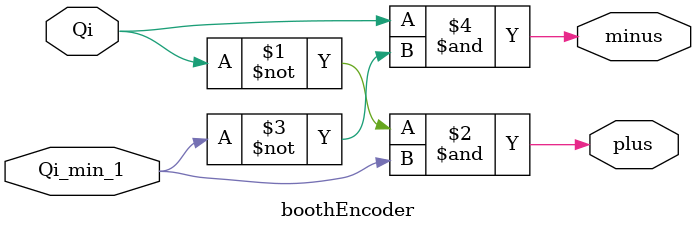
<source format=sv>
module boothEncoder
(
	input Qi,Qi_min_1,
	output logic plus,minus
);
	assign plus = ~Qi & Qi_min_1;
	assign minus = Qi & ~Qi_min_1;
endmodule

</source>
